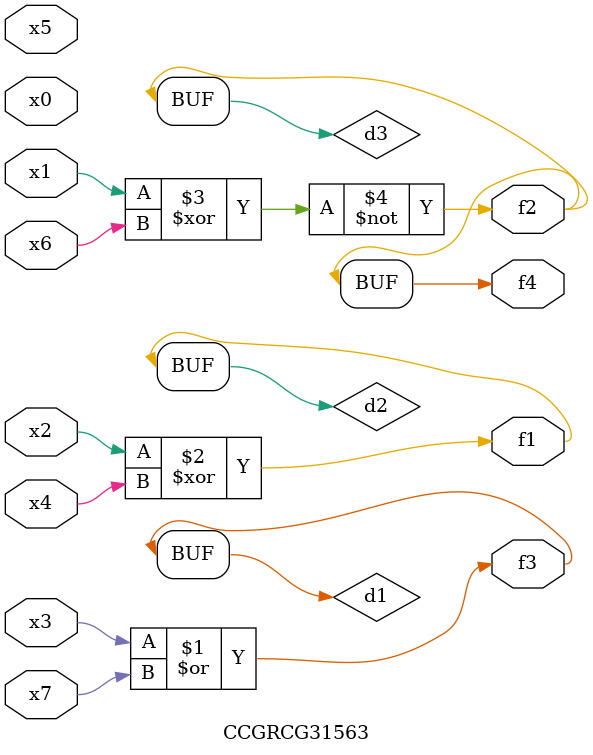
<source format=v>
module CCGRCG31563(
	input x0, x1, x2, x3, x4, x5, x6, x7,
	output f1, f2, f3, f4
);

	wire d1, d2, d3;

	or (d1, x3, x7);
	xor (d2, x2, x4);
	xnor (d3, x1, x6);
	assign f1 = d2;
	assign f2 = d3;
	assign f3 = d1;
	assign f4 = d3;
endmodule

</source>
